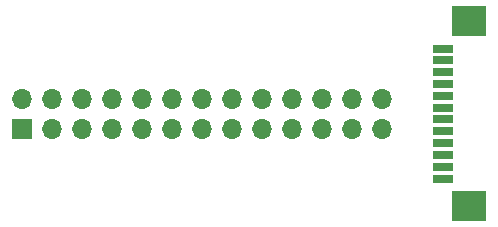
<source format=gbr>
%TF.GenerationSoftware,KiCad,Pcbnew,9.0.0*%
%TF.CreationDate,2025-03-02T17:24:29+03:00*%
%TF.ProjectId,PM_HMI-Touch,504d5f48-4d49-42d5-946f-7563682e6b69,rev?*%
%TF.SameCoordinates,Original*%
%TF.FileFunction,Soldermask,Top*%
%TF.FilePolarity,Negative*%
%FSLAX46Y46*%
G04 Gerber Fmt 4.6, Leading zero omitted, Abs format (unit mm)*
G04 Created by KiCad (PCBNEW 9.0.0) date 2025-03-02 17:24:29*
%MOMM*%
%LPD*%
G01*
G04 APERTURE LIST*
%ADD10R,1.700000X1.700000*%
%ADD11O,1.700000X1.700000*%
%ADD12R,1.803400X0.635000*%
%ADD13R,2.997200X2.590800*%
G04 APERTURE END LIST*
D10*
%TO.C,J3*%
X-15225000Y-1275000D03*
D11*
X-15225000Y1265000D03*
X-12685000Y-1275000D03*
X-12685000Y1265000D03*
X-10145000Y-1275000D03*
X-10145000Y1265000D03*
X-7605000Y-1275000D03*
X-7605000Y1265000D03*
X-5065000Y-1275000D03*
X-5065000Y1265000D03*
X-2525000Y-1275000D03*
X-2525000Y1265000D03*
X15000Y-1275000D03*
X15000Y1265000D03*
X2555000Y-1275000D03*
X2555000Y1265000D03*
X5095000Y-1275000D03*
X5095000Y1265000D03*
X7635000Y-1275000D03*
X7635000Y1265000D03*
X10175000Y-1275000D03*
X10175000Y1265000D03*
X12715000Y-1275000D03*
X12715000Y1265000D03*
X15255000Y-1275000D03*
X15255000Y1265000D03*
%TD*%
D12*
%TO.C,J1*%
X20444000Y-5499992D03*
X20444000Y-4499994D03*
X20444000Y-3499996D03*
X20444000Y-2499998D03*
X20444000Y-1500000D03*
X20444000Y-500000D03*
X20444000Y500000D03*
X20444000Y1500000D03*
X20444000Y2499998D03*
X20444000Y3499996D03*
X20444000Y4499994D03*
X20444000Y5499992D03*
D13*
X22614001Y-7850003D03*
X22614001Y7850003D03*
%TD*%
M02*

</source>
